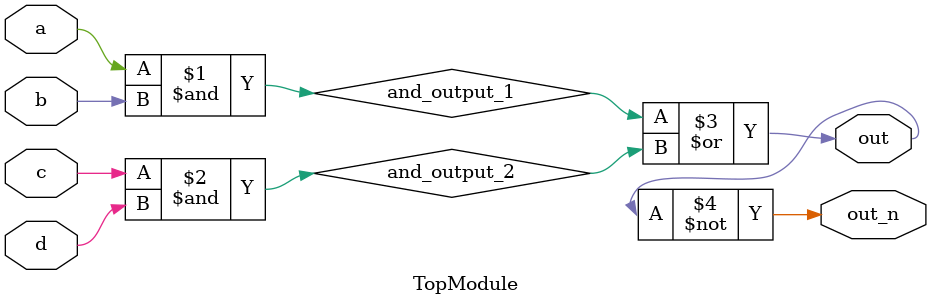
<source format=sv>

module TopModule(
    input a,
    input b,
    input c,
    input d,
    output out,
    output out_n
);

wire and_output_1;
wire and_output_2;

assign and_output_1 = a & b;
assign and_output_2 = c & d;

assign out = and_output_1 | and_output_2;
assign out_n = ~out;

endmodule
</source>
